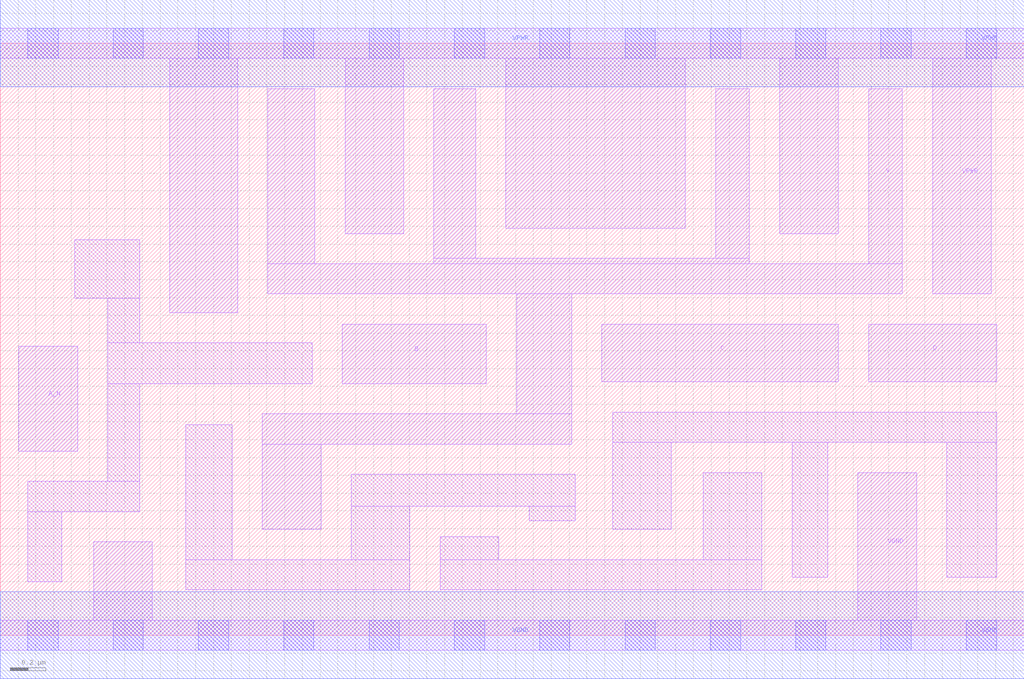
<source format=lef>
# Copyright 2020 The SkyWater PDK Authors
#
# Licensed under the Apache License, Version 2.0 (the "License");
# you may not use this file except in compliance with the License.
# You may obtain a copy of the License at
#
#     https://www.apache.org/licenses/LICENSE-2.0
#
# Unless required by applicable law or agreed to in writing, software
# distributed under the License is distributed on an "AS IS" BASIS,
# WITHOUT WARRANTIES OR CONDITIONS OF ANY KIND, either express or implied.
# See the License for the specific language governing permissions and
# limitations under the License.
#
# SPDX-License-Identifier: Apache-2.0

VERSION 5.7 ;
  NAMESCASESENSITIVE ON ;
  NOWIREEXTENSIONATPIN ON ;
  DIVIDERCHAR "/" ;
  BUSBITCHARS "[]" ;
UNITS
  DATABASE MICRONS 200 ;
END UNITS
MACRO sky130_fd_sc_lp__nand4b_2
  CLASS CORE ;
  SOURCE USER ;
  FOREIGN sky130_fd_sc_lp__nand4b_2 ;
  ORIGIN  0.000000  0.000000 ;
  SIZE  5.760000 BY  3.330000 ;
  SYMMETRY X Y R90 ;
  SITE unit ;
  PIN A_N
    ANTENNAGATEAREA  0.126000 ;
    DIRECTION INPUT ;
    USE SIGNAL ;
    PORT
      LAYER li1 ;
        RECT 0.105000 1.035000 0.435000 1.625000 ;
    END
  END A_N
  PIN B
    ANTENNAGATEAREA  0.630000 ;
    DIRECTION INPUT ;
    USE SIGNAL ;
    PORT
      LAYER li1 ;
        RECT 1.925000 1.415000 2.735000 1.750000 ;
    END
  END B
  PIN C
    ANTENNAGATEAREA  0.630000 ;
    DIRECTION INPUT ;
    USE SIGNAL ;
    PORT
      LAYER li1 ;
        RECT 3.385000 1.425000 4.715000 1.750000 ;
    END
  END C
  PIN D
    ANTENNAGATEAREA  0.630000 ;
    DIRECTION INPUT ;
    USE SIGNAL ;
    PORT
      LAYER li1 ;
        RECT 4.885000 1.425000 5.605000 1.750000 ;
    END
  END D
  PIN Y
    ANTENNADIFFAREA  1.659000 ;
    DIRECTION OUTPUT ;
    USE SIGNAL ;
    PORT
      LAYER li1 ;
        RECT 1.475000 0.595000 1.805000 1.075000 ;
        RECT 1.475000 1.075000 3.215000 1.245000 ;
        RECT 1.505000 1.920000 5.075000 2.090000 ;
        RECT 1.505000 2.090000 1.770000 3.075000 ;
        RECT 2.440000 2.090000 4.215000 2.120000 ;
        RECT 2.440000 2.120000 2.675000 3.075000 ;
        RECT 2.905000 1.245000 3.215000 1.920000 ;
        RECT 4.025000 2.120000 4.215000 3.075000 ;
        RECT 4.885000 2.090000 5.075000 3.075000 ;
    END
  END Y
  PIN VGND
    DIRECTION INOUT ;
    USE GROUND ;
    PORT
      LAYER li1 ;
        RECT 0.000000 -0.085000 5.760000 0.085000 ;
        RECT 0.525000  0.085000 0.855000 0.525000 ;
        RECT 4.825000  0.085000 5.155000 0.915000 ;
      LAYER mcon ;
        RECT 0.155000 -0.085000 0.325000 0.085000 ;
        RECT 0.635000 -0.085000 0.805000 0.085000 ;
        RECT 1.115000 -0.085000 1.285000 0.085000 ;
        RECT 1.595000 -0.085000 1.765000 0.085000 ;
        RECT 2.075000 -0.085000 2.245000 0.085000 ;
        RECT 2.555000 -0.085000 2.725000 0.085000 ;
        RECT 3.035000 -0.085000 3.205000 0.085000 ;
        RECT 3.515000 -0.085000 3.685000 0.085000 ;
        RECT 3.995000 -0.085000 4.165000 0.085000 ;
        RECT 4.475000 -0.085000 4.645000 0.085000 ;
        RECT 4.955000 -0.085000 5.125000 0.085000 ;
        RECT 5.435000 -0.085000 5.605000 0.085000 ;
      LAYER met1 ;
        RECT 0.000000 -0.245000 5.760000 0.245000 ;
    END
  END VGND
  PIN VPWR
    DIRECTION INOUT ;
    USE POWER ;
    PORT
      LAYER li1 ;
        RECT 0.000000 3.245000 5.760000 3.415000 ;
        RECT 0.955000 1.815000 1.335000 3.245000 ;
        RECT 1.940000 2.260000 2.270000 3.245000 ;
        RECT 2.845000 2.290000 3.855000 3.245000 ;
        RECT 4.385000 2.260000 4.715000 3.245000 ;
        RECT 5.245000 1.920000 5.575000 3.245000 ;
      LAYER mcon ;
        RECT 0.155000 3.245000 0.325000 3.415000 ;
        RECT 0.635000 3.245000 0.805000 3.415000 ;
        RECT 1.115000 3.245000 1.285000 3.415000 ;
        RECT 1.595000 3.245000 1.765000 3.415000 ;
        RECT 2.075000 3.245000 2.245000 3.415000 ;
        RECT 2.555000 3.245000 2.725000 3.415000 ;
        RECT 3.035000 3.245000 3.205000 3.415000 ;
        RECT 3.515000 3.245000 3.685000 3.415000 ;
        RECT 3.995000 3.245000 4.165000 3.415000 ;
        RECT 4.475000 3.245000 4.645000 3.415000 ;
        RECT 4.955000 3.245000 5.125000 3.415000 ;
        RECT 5.435000 3.245000 5.605000 3.415000 ;
      LAYER met1 ;
        RECT 0.000000 3.085000 5.760000 3.575000 ;
    END
  END VPWR
  OBS
    LAYER li1 ;
      RECT 0.155000 0.300000 0.345000 0.695000 ;
      RECT 0.155000 0.695000 0.785000 0.865000 ;
      RECT 0.420000 1.895000 0.785000 2.225000 ;
      RECT 0.605000 0.865000 0.785000 1.415000 ;
      RECT 0.605000 1.415000 1.755000 1.645000 ;
      RECT 0.605000 1.645000 0.785000 1.895000 ;
      RECT 1.045000 0.255000 2.305000 0.425000 ;
      RECT 1.045000 0.425000 1.305000 1.185000 ;
      RECT 1.975000 0.425000 2.305000 0.725000 ;
      RECT 1.975000 0.725000 3.235000 0.905000 ;
      RECT 2.475000 0.255000 4.285000 0.425000 ;
      RECT 2.475000 0.425000 2.805000 0.555000 ;
      RECT 2.975000 0.645000 3.235000 0.725000 ;
      RECT 3.445000 0.595000 3.775000 1.085000 ;
      RECT 3.445000 1.085000 5.605000 1.255000 ;
      RECT 3.955000 0.425000 4.285000 0.915000 ;
      RECT 4.455000 0.325000 4.655000 1.085000 ;
      RECT 5.325000 0.325000 5.605000 1.085000 ;
  END
END sky130_fd_sc_lp__nand4b_2

</source>
